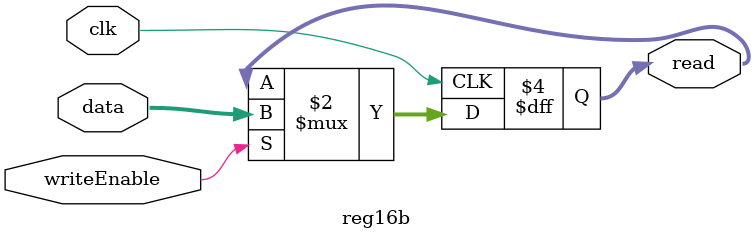
<source format=v>
`timescale 1ns / 1ps
module reg16b(
    input [15:0] data,
    input writeEnable,
    input clk,
    output reg [15:0] read
    );
	always @(posedge clk)
		if (writeEnable)
			read <= data; 
endmodule

</source>
